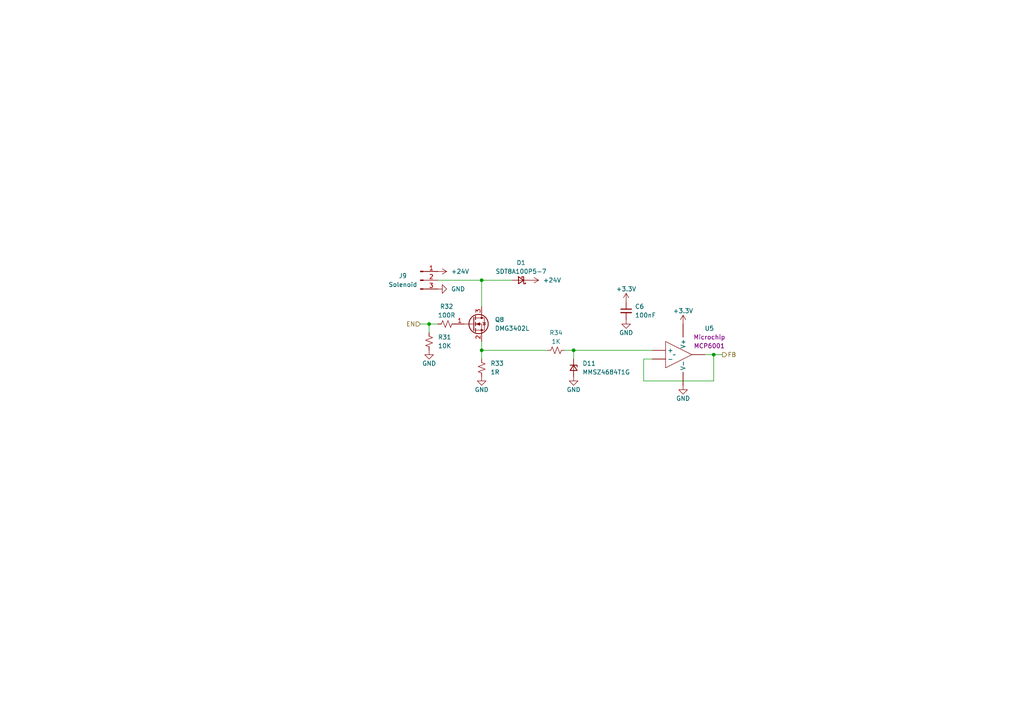
<source format=kicad_sch>
(kicad_sch (version 20230121) (generator eeschema)
  (paper "A4")
  (lib_symbols
    (symbol "Connector:Conn_01x03_Pin" (pin_names (offset 1.016) hide)
      (property "Reference" "J" (at 0 5.08 0))
      (property "Value" "Conn_01x03_Pin" (at 0 -5.08 0))
      (symbol "Conn_01x03_Pin_1_1"
        (polyline (pts (xy 1.27 -2.54) (xy 0.8636 -2.54)) (stroke (width 0.1524)))
        (polyline (pts (xy 1.27 0) (xy 0.8636 0)) (stroke (width 0.1524)))
        (polyline (pts (xy 1.27 2.54) (xy 0.8636 2.54)) (stroke (width 0.1524)))
        (rectangle (start 0.8636 -2.413) (end 0 -2.667) (stroke (width 0.1524)) (fill (type outline)))
        (rectangle (start 0.8636 0.127) (end 0 -0.127) (stroke (width 0.1524)) (fill (type outline)))
        (rectangle (start 0.8636 2.667) (end 0 2.413) (stroke (width 0.1524)) (fill (type outline)))
        (pin passive line (at 5.08 2.54 180) (length 3.81) (name "Pin_1") (number "1"))
        (pin passive line (at 5.08 0 180) (length 3.81) (name "Pin_2") (number "2"))
        (pin passive line (at 5.08 -2.54 180) (length 3.81) (name "Pin_3") (number "3"))
      )
    )
    (symbol "Device:C_Small" (pin_numbers hide) (pin_names (offset 0.254) hide)
      (property "Reference" "C" (at 0.254 1.778 0))
      (property "Value" "C_Small" (at 0.254 -2.032 0))
      (symbol "C_Small_0_1"
        (polyline (pts (xy -1.524 -0.508) (xy 1.524 -0.508)) (stroke (width 0.3302)))
        (polyline (pts (xy -1.524 0.508) (xy 1.524 0.508)) (stroke (width 0.3048)))
      )
      (symbol "C_Small_1_1"
        (pin passive line (at 0 2.54 270) (length 2.032) (name "~") (number "1"))
        (pin passive line (at 0 -2.54 90) (length 2.032) (name "~") (number "2"))
      )
    )
    (symbol "Device:D_Schottky_Small" (pin_numbers hide) (pin_names (offset 0.254) hide)
      (property "Reference" "D" (at -1.27 2.032 0))
      (property "Value" "D_Schottky_Small" (at -7.112 -2.032 0))
      (symbol "D_Schottky_Small_0_1"
        (polyline (pts (xy -0.762 0) (xy 0.762 0)))
        (polyline (pts (xy 0.762 -1.016) (xy -0.762 0) (xy 0.762 1.016) (xy 0.762 -1.016)) (stroke (width 0.254)))
        (polyline (pts (xy -1.27 0.762) (xy -1.27 1.016) (xy -0.762 1.016) (xy -0.762 -1.016) (xy -0.254 -1.016) (xy -0.254 -0.762)) (stroke (width 0.254)))
      )
      (symbol "D_Schottky_Small_1_1"
        (pin passive line (at -2.54 0 0) (length 1.778) (name "K") (number "1"))
        (pin passive line (at 2.54 0 180) (length 1.778) (name "A") (number "2"))
      )
    )
    (symbol "Device:D_Zener_Small" (pin_numbers hide) (pin_names (offset 0.254) hide)
      (property "Reference" "D" (at 0 2.286 0))
      (property "Value" "D_Zener_Small" (at 0 -2.286 0))
      (symbol "D_Zener_Small_0_1"
        (polyline (pts (xy 0.762 0) (xy -0.762 0)))
        (polyline (pts (xy -0.254 1.016) (xy -0.762 1.016) (xy -0.762 -1.016)) (stroke (width 0.254)))
        (polyline (pts (xy 0.762 1.016) (xy -0.762 0) (xy 0.762 -1.016) (xy 0.762 1.016)) (stroke (width 0.254)))
      )
      (symbol "D_Zener_Small_1_1"
        (pin passive line (at -2.54 0 0) (length 1.778) (name "K") (number "1"))
        (pin passive line (at 2.54 0 180) (length 1.778) (name "A") (number "2"))
      )
    )
    (symbol "Device:Q_NMOS_GSD" (pin_names (offset 0) hide)
      (property "Reference" "Q" (at 5.08 1.27 0))
      (property "Value" "Q_NMOS_GSD" (at 5.08 -1.27 0))
      (symbol "Q_NMOS_GSD_0_1"
        (polyline (pts (xy 0.254 0) (xy -2.54 0)))
        (polyline (pts (xy 0.254 1.905) (xy 0.254 -1.905)) (stroke (width 0.254)))
        (polyline (pts (xy 0.762 -1.27) (xy 0.762 -2.286)) (stroke (width 0.254)))
        (polyline (pts (xy 0.762 0.508) (xy 0.762 -0.508)) (stroke (width 0.254)))
        (polyline (pts (xy 0.762 2.286) (xy 0.762 1.27)) (stroke (width 0.254)))
        (polyline (pts (xy 2.54 2.54) (xy 2.54 1.778)))
        (polyline (pts (xy 2.54 -2.54) (xy 2.54 0) (xy 0.762 0)))
        (polyline (pts (xy 0.762 -1.778) (xy 3.302 -1.778) (xy 3.302 1.778) (xy 0.762 1.778)))
        (polyline (pts (xy 1.016 0) (xy 2.032 0.381) (xy 2.032 -0.381) (xy 1.016 0)) (fill (type outline)))
        (polyline (pts (xy 2.794 0.508) (xy 2.921 0.381) (xy 3.683 0.381) (xy 3.81 0.254)))
        (polyline (pts (xy 3.302 0.381) (xy 2.921 -0.254) (xy 3.683 -0.254) (xy 3.302 0.381)))
        (circle (center 1.651 0) (radius 2.794) (stroke (width 0.254)))
        (circle (center 2.54 -1.778) (radius 0.254) (fill (type outline)))
        (circle (center 2.54 1.778) (radius 0.254) (fill (type outline)))
      )
      (symbol "Q_NMOS_GSD_1_1"
        (pin input line (at -5.08 0 0) (length 2.54) (name "G") (number "1"))
        (pin passive line (at 2.54 -5.08 90) (length 2.54) (name "S") (number "2"))
        (pin passive line (at 2.54 5.08 270) (length 2.54) (name "D") (number "3"))
      )
    )
    (symbol "Device:R_Small_US" (pin_numbers hide) (pin_names (offset 0.254) hide)
      (property "Reference" "R" (at 0.762 0.508 0))
      (property "Value" "R_Small_US" (at 0.762 -1.016 0))
      (symbol "R_Small_US_1_1"
        (polyline (pts (xy 0 0) (xy 1.016 -0.381) (xy 0 -0.762) (xy -1.016 -1.143) (xy 0 -1.524)))
        (polyline (pts (xy 0 1.524) (xy 1.016 1.143) (xy 0 0.762) (xy -1.016 0.381) (xy 0 0)))
        (pin passive line (at 0 2.54 270) (length 1.016) (name "~") (number "1"))
        (pin passive line (at 0 -2.54 90) (length 1.016) (name "~") (number "2"))
      )
    )
    (symbol "UCIRP-KiCAD-Lib:MCP6001" (pin_numbers hide)
      (property "Reference" "U" (at 0 5.08 0))
      (property "Value" "~" (at 0 0 0))
      (property "Manufacturer" "Microchip" (at 0 0 0))
      (property "Part #" "MCP6001" (at 0 0 0))
      (symbol "MCP6001_0_1"
        (polyline (pts (xy -2.54 3.81) (xy -2.54 -3.81) (xy 5.08 0) (xy -2.54 3.81)) (stroke (width 0.1524)))
      )
      (symbol "MCP6001_1_1"
        (pin output line (at 8.89 0 180) (length 3.81) (name "") (number "1"))
        (pin power_in line (at 2.54 -8.89 90) (length 3.81) (name "V-") (number "2"))
        (pin input line (at -6.35 1.27 0) (length 3.81) (name "+") (number "3"))
        (pin input line (at -6.35 -1.27 0) (length 3.81) (name "-") (number "4"))
        (pin power_in line (at 2.54 8.89 270) (length 3.81) (name "V+") (number "5"))
      )
    )
    (symbol "power:+24V" (power) (pin_names (offset 0))
      (property "Value" "+24V" (at 0 3.556 0))
      (symbol "+24V_0_1"
        (polyline (pts (xy -0.762 1.27) (xy 0 2.54)))
        (polyline (pts (xy 0 0) (xy 0 2.54)))
        (polyline (pts (xy 0 2.54) (xy 0.762 1.27)))
      )
      (symbol "+24V_1_1"
        (pin power_in line (at 0 0 90) (length 0) hide (name "+24V") (number "1"))
      )
    )
    (symbol "power:+3.3V" (power) (pin_names (offset 0))
      (property "Value" "+3.3V" (at 0 3.556 0))
      (symbol "+3.3V_0_1"
        (polyline (pts (xy -0.762 1.27) (xy 0 2.54)))
        (polyline (pts (xy 0 0) (xy 0 2.54)))
        (polyline (pts (xy 0 2.54) (xy 0.762 1.27)))
      )
      (symbol "+3.3V_1_1"
        (pin power_in line (at 0 0 90) (length 0) hide (name "+3.3V") (number "1"))
      )
    )
    (symbol "power:GND" (power) (pin_names (offset 0))
      (property "Value" "GND" (at 0 -3.81 0))
      (symbol "GND_0_1"
        (polyline (pts (xy 0 0) (xy 0 -1.27) (xy 1.27 -1.27) (xy 0 -2.54) (xy -1.27 -1.27) (xy 0 -1.27)))
      )
      (symbol "GND_1_1"
        (pin power_in line (at 0 0 270) (length 0) hide (name "GND") (number "1"))
      )
    )
  )
  (junction (at 207.01 102.87))
  (junction (at 124.46 93.98))
  (junction (at 139.7 81.28))
  (junction (at 166.37 101.6))
  (junction (at 139.7 101.6))
  (wire (pts (xy 166.37 101.6) (xy 189.23 101.6)))
  (wire (pts (xy 139.7 81.28) (xy 139.7 88.9)))
  (wire (pts (xy 139.7 101.6) (xy 139.7 104.14)))
  (wire (pts (xy 163.83 101.6) (xy 166.37 101.6)))
  (wire (pts (xy 127 93.98) (xy 124.46 93.98)))
  (wire (pts (xy 121.92 93.98) (xy 124.46 93.98)))
  (wire (pts (xy 139.7 101.6) (xy 158.75 101.6)))
  (wire (pts (xy 207.01 102.87) (xy 209.55 102.87)))
  (wire (pts (xy 207.01 102.87) (xy 204.47 102.87)))
  (wire (pts (xy 124.46 93.98) (xy 124.46 96.52)))
  (wire (pts (xy 139.7 81.28) (xy 148.59 81.28)))
  (wire (pts (xy 189.23 104.14) (xy 186.69 104.14)))
  (wire (pts (xy 186.69 104.14) (xy 186.69 110.49)))
  (wire (pts (xy 186.69 110.49) (xy 207.01 110.49)))
  (wire (pts (xy 139.7 99.06) (xy 139.7 101.6)))
  (wire (pts (xy 207.01 110.49) (xy 207.01 102.87)))
  (wire (pts (xy 166.37 101.6) (xy 166.37 104.14)))
  (wire (pts (xy 127 81.28) (xy 139.7 81.28)))
  (hierarchical_label "FB" (shape output) (at 209.55 102.87 0))
  (hierarchical_label "EN" (shape input) (at 121.92 93.98 180))
  (symbol (lib_id "Device:R_Small_US") (at 139.7 106.68 180) (unit 1)
    (property "Reference" "R33" (at 142.24 105.41 0) (effects (justify right)))
    (property "Value" "1R" (at 142.24 107.95 0) (effects (justify right)))
    (property "Footprint" "Resistor_SMD:R_2512_6332Metric" (effects hide))
    (property "Manufacturer" "Generic" (effects hide))
    (property "Part #" "Generic 1R 2W 1% 2512 Resistor" (effects hide))
    (instances (project "rocket2-gse" (path "" (reference "R33") (unit 1)) (path "" (reference "R37") (unit 1)) (path "" (reference "R41") (unit 1)) (path "" (reference "R45") (unit 1)) (path "" (reference "R49") (unit 1)) (path "" (reference "R53") (unit 1)) (path "" (reference "R57") (unit 1)) (path "" (reference "R61") (unit 1)) (path "" (reference "R65") (unit 1))))
  )
  (symbol (lib_id "Device:Q_NMOS_GSD") (at 137.16 93.98 0) (unit 1)
    (property "Reference" "Q8" (at 143.51 92.71 0) (effects (justify left)))
    (property "Value" "DMG3402L" (at 143.51 95.25 0) (effects (justify left)))
    (property "Footprint" "Package_TO_SOT_SMD:SOT-23-3" (effects hide))
    (property "Datasheet" "https://www.diodes.com/assets/Datasheets/DMG3402L.pdf" (effects hide))
    (property "Manufacturer" "Diodes" (effects hide))
    (property "Part #" "DMG3402L" (effects hide))
    (instances (project "rocket2-gse" (path "" (reference "Q8") (unit 1)) (path "" (reference "Q9") (unit 1)) (path "" (reference "Q10") (unit 1)) (path "" (reference "Q11") (unit 1)) (path "" (reference "Q12") (unit 1)) (path "" (reference "Q13") (unit 1)) (path "" (reference "Q14") (unit 1)) (path "" (reference "Q15") (unit 1)) (path "" (reference "Q16") (unit 1))))
  )
  (symbol (lib_id "power:GND") (at 124.46 101.6 0) (unit 1)
    (property "Reference" "#PWR077" (effects hide))
    (property "Value" "GND" (at 124.46 105.41 0))
    (instances (project "rocket2-gse" (path "" (reference "#PWR077") (unit 1)) (path "" (reference "#PWR087") (unit 1)) (path "" (reference "#PWR097") (unit 1)) (path "" (reference "#PWR0107") (unit 1)) (path "" (reference "#PWR0117") (unit 1)) (path "" (reference "#PWR0127") (unit 1)) (path "" (reference "#PWR0137") (unit 1)) (path "" (reference "#PWR0147") (unit 1)) (path "" (reference "#PWR0157") (unit 1))))
  )
  (symbol (lib_id "power:+3.3V") (at 181.61 87.63 0) (unit 1)
    (property "Reference" "#PWR013" (effects hide))
    (property "Value" "+3.3V" (at 181.61 83.82 0))
    (instances (project "rocket2-gse" (path "" (reference "#PWR013") (unit 1)) (path "" (reference "#PWR085") (unit 1)) (path "" (reference "#PWR093") (unit 1)) (path "" (reference "#PWR0103") (unit 1)) (path "" (reference "#PWR0113") (unit 1)) (path "" (reference "#PWR0123") (unit 1)) (path "" (reference "#PWR0133") (unit 1)) (path "" (reference "#PWR0143") (unit 1)) (path "" (reference "#PWR0153") (unit 1)) (path "" (reference "#PWR0163") (unit 1))))
  )
  (symbol (lib_id "power:GND") (at 166.37 109.22 0) (unit 1)
    (property "Reference" "#PWR082" (effects hide))
    (property "Value" "GND" (at 166.37 113.03 0))
    (instances (project "rocket2-gse" (path "" (reference "#PWR082") (unit 1)) (path "" (reference "#PWR092") (unit 1)) (path "" (reference "#PWR0102") (unit 1)) (path "" (reference "#PWR0112") (unit 1)) (path "" (reference "#PWR0122") (unit 1)) (path "" (reference "#PWR0132") (unit 1)) (path "" (reference "#PWR0142") (unit 1)) (path "" (reference "#PWR0152") (unit 1)) (path "" (reference "#PWR0162") (unit 1))))
  )
  (symbol (lib_id "power:GND") (at 198.12 111.76 0) (unit 1)
    (property "Reference" "#PWR084" (effects hide))
    (property "Value" "GND" (at 198.12 115.57 0))
    (instances (project "rocket2-gse" (path "" (reference "#PWR084") (unit 1)) (path "" (reference "#PWR096") (unit 1)) (path "" (reference "#PWR0106") (unit 1)) (path "" (reference "#PWR0116") (unit 1)) (path "" (reference "#PWR0126") (unit 1)) (path "" (reference "#PWR0136") (unit 1)) (path "" (reference "#PWR0146") (unit 1)) (path "" (reference "#PWR0156") (unit 1)) (path "" (reference "#PWR0166") (unit 1))))
  )
  (symbol (lib_id "Device:D_Zener_Small") (at 166.37 106.68 270) (unit 1)
    (property "Reference" "D11" (at 168.91 105.41 90) (effects (justify left)))
    (property "Value" "MMSZ4684T1G" (at 168.91 107.95 90) (effects (justify left)))
    (property "Footprint" "Diode_SMD:D_SOD-123" (effects hide))
    (property "Manufacturer" "Onsemi" (effects hide))
    (property "Part #" "MMSZ4684T1G" (effects hide))
    (instances (project "rocket2-gse" (path "" (reference "D11") (unit 1)) (path "" (reference "D13") (unit 1)) (path "" (reference "D15") (unit 1)) (path "" (reference "D17") (unit 1)) (path "" (reference "D19") (unit 1)) (path "" (reference "D21") (unit 1)) (path "" (reference "D23") (unit 1)) (path "" (reference "D25") (unit 1)) (path "" (reference "D27") (unit 1))))
  )
  (symbol (lib_id "power:GND") (at 127 83.82 90) (unit 1)
    (property "Reference" "#PWR079" (effects hide))
    (property "Value" "GND" (at 130.81 83.82 90) (effects (justify right)))
    (instances (project "rocket2-gse" (path "" (reference "#PWR079") (unit 1)) (path "" (reference "#PWR089") (unit 1)) (path "" (reference "#PWR099") (unit 1)) (path "" (reference "#PWR0109") (unit 1)) (path "" (reference "#PWR0119") (unit 1)) (path "" (reference "#PWR0129") (unit 1)) (path "" (reference "#PWR0139") (unit 1)) (path "" (reference "#PWR0149") (unit 1)) (path "" (reference "#PWR0159") (unit 1))))
  )
  (symbol (lib_id "power:GND") (at 139.7 109.22 0) (unit 1)
    (property "Reference" "#PWR080" (effects hide))
    (property "Value" "GND" (at 139.7 113.03 0))
    (instances (project "rocket2-gse" (path "" (reference "#PWR080") (unit 1)) (path "" (reference "#PWR090") (unit 1)) (path "" (reference "#PWR0100") (unit 1)) (path "" (reference "#PWR0110") (unit 1)) (path "" (reference "#PWR0120") (unit 1)) (path "" (reference "#PWR0130") (unit 1)) (path "" (reference "#PWR0140") (unit 1)) (path "" (reference "#PWR0150") (unit 1)) (path "" (reference "#PWR0160") (unit 1))))
  )
  (symbol (lib_id "power:GND") (at 181.61 92.71 0) (unit 1)
    (property "Reference" "#PWR014" (effects hide))
    (property "Value" "GND" (at 181.61 96.52 0))
    (instances (project "rocket2-gse" (path "" (reference "#PWR014") (unit 1)) (path "" (reference "#PWR086") (unit 1)) (path "" (reference "#PWR094") (unit 1)) (path "" (reference "#PWR0104") (unit 1)) (path "" (reference "#PWR0114") (unit 1)) (path "" (reference "#PWR0124") (unit 1)) (path "" (reference "#PWR0134") (unit 1)) (path "" (reference "#PWR0144") (unit 1)) (path "" (reference "#PWR0154") (unit 1)) (path "" (reference "#PWR0164") (unit 1))))
  )
  (symbol (lib_id "Device:C_Small") (at 181.61 90.17 0) (unit 1)
    (property "Reference" "C6" (at 184.15 88.9 0) (effects (justify left)))
    (property "Value" "100nF" (at 184.15 91.44 0) (effects (justify left)))
    (property "Footprint" "Capacitor_SMD:C_0402_1005Metric" (effects hide))
    (property "Manufacturer" "Generic" (effects hide))
    (property "Part #" "Generic 100nF 6.3V X7R 0402 MLCC" (effects hide))
    (instances (project "rocket2-gse" (path "" (reference "C6") (unit 1)) (path "" (reference "C18") (unit 1)) (path "" (reference "C19") (unit 1)) (path "" (reference "C20") (unit 1)) (path "" (reference "C21") (unit 1)) (path "" (reference "C22") (unit 1)) (path "" (reference "C23") (unit 1)) (path "" (reference "C24") (unit 1)) (path "" (reference "C25") (unit 1)) (path "" (reference "C26") (unit 1))))
  )
  (symbol (lib_id "power:+24V") (at 127 78.74 270) (unit 1)
    (property "Reference" "#PWR078" (effects hide))
    (property "Value" "+24V" (at 130.81 78.74 90) (effects (justify left)))
    (instances (project "rocket2-gse" (path "" (reference "#PWR078") (unit 1)) (path "" (reference "#PWR088") (unit 1)) (path "" (reference "#PWR098") (unit 1)) (path "" (reference "#PWR0108") (unit 1)) (path "" (reference "#PWR0118") (unit 1)) (path "" (reference "#PWR0128") (unit 1)) (path "" (reference "#PWR0138") (unit 1)) (path "" (reference "#PWR0148") (unit 1)) (path "" (reference "#PWR0158") (unit 1))))
  )
  (symbol (lib_id "Connector:Conn_01x03_Pin") (at 121.92 81.28 0) (unit 1)
    (property "Reference" "J9" (at 116.84 80.01 0))
    (property "Value" "Solenoid" (at 116.84 82.55 0))
    (property "Footprint" "TerminalBlock:TerminalBlock_bornier-3_P5.08mm" (effects hide))
    (instances (project "rocket2-gse" (path "" (reference "J9") (unit 1)) (path "" (reference "J10") (unit 1)) (path "" (reference "J11") (unit 1)) (path "" (reference "J12") (unit 1)) (path "" (reference "J13") (unit 1)) (path "" (reference "J14") (unit 1)) (path "" (reference "J15") (unit 1)) (path "" (reference "J16") (unit 1)) (path "" (reference "J17") (unit 1))))
  )
  (symbol (lib_id "Device:R_Small_US") (at 124.46 99.06 180) (unit 1)
    (property "Reference" "R31" (at 127 97.79 0) (effects (justify right)))
    (property "Value" "10K" (at 127 100.33 0) (effects (justify right)))
    (property "Footprint" "Resistor_SMD:R_0402_1005Metric" (effects hide))
    (property "Manufacturer" "Generic" (effects hide))
    (property "Part #" "Generic 10K 1% 0402 Resistor" (effects hide))
    (instances (project "rocket2-gse" (path "" (reference "R31") (unit 1)) (path "" (reference "R35") (unit 1)) (path "" (reference "R39") (unit 1)) (path "" (reference "R43") (unit 1)) (path "" (reference "R47") (unit 1)) (path "" (reference "R51") (unit 1)) (path "" (reference "R55") (unit 1)) (path "" (reference "R59") (unit 1)) (path "" (reference "R63") (unit 1))))
  )
  (symbol (lib_id "power:+24V") (at 153.67 81.28 270) (unit 1)
    (property "Reference" "#PWR081" (effects hide))
    (property "Value" "+24V" (at 157.48 81.28 90) (effects (justify left)))
    (instances (project "rocket2-gse" (path "" (reference "#PWR081") (unit 1)) (path "" (reference "#PWR091") (unit 1)) (path "" (reference "#PWR0101") (unit 1)) (path "" (reference "#PWR0111") (unit 1)) (path "" (reference "#PWR0121") (unit 1)) (path "" (reference "#PWR0131") (unit 1)) (path "" (reference "#PWR0141") (unit 1)) (path "" (reference "#PWR0151") (unit 1)) (path "" (reference "#PWR0161") (unit 1))))
  )
  (symbol (lib_id "Device:D_Schottky_Small") (at 151.13 81.28 180) (unit 1)
    (property "Reference" "D1" (at 151.13 76.2 0))
    (property "Value" "SDT8A100P5-7" (at 151.13 78.74 0))
    (property "Footprint" "Diode_SMD:D_PowerDI-5" (effects hide))
    (property "Datasheet" "https://www.diodes.com/assets/Datasheets/SDT8A100P5.pdf" (effects hide))
    (property "Manufacturer" "Diodes" (effects hide))
    (property "Part #" "SDT8A100P5-7" (effects hide))
    (instances (project "rocket2-gse" (path "" (reference "D1") (unit 1)) (path "" (reference "D10") (unit 1)) (path "" (reference "D12") (unit 1)) (path "" (reference "D14") (unit 1)) (path "" (reference "D16") (unit 1)) (path "" (reference "D18") (unit 1)) (path "" (reference "D20") (unit 1)) (path "" (reference "D22") (unit 1)) (path "" (reference "D24") (unit 1)) (path "" (reference "D26") (unit 1))))
  )
  (symbol (lib_id "power:+3.3V") (at 198.12 93.98 0) (unit 1)
    (property "Reference" "#PWR083" (effects hide))
    (property "Value" "+3.3V" (at 198.12 90.17 0))
    (instances (project "rocket2-gse" (path "" (reference "#PWR083") (unit 1)) (path "" (reference "#PWR095") (unit 1)) (path "" (reference "#PWR0105") (unit 1)) (path "" (reference "#PWR0115") (unit 1)) (path "" (reference "#PWR0125") (unit 1)) (path "" (reference "#PWR0135") (unit 1)) (path "" (reference "#PWR0145") (unit 1)) (path "" (reference "#PWR0155") (unit 1)) (path "" (reference "#PWR0165") (unit 1))))
  )
  (symbol (lib_id "UCIRP-KiCAD-Lib:MCP6001") (at 195.58 102.87 0) (unit 1)
    (property "Reference" "U5" (at 205.74 95.25 0))
    (property "Value" "~" (at 195.58 102.87 0))
    (property "Footprint" "Package_TO_SOT_SMD:SOT-23-5" (effects hide))
    (property "Datasheet" "https://ww1.microchip.com/downloads/en/DeviceDoc/MCP6001-1R-1U-2-4-1-MHz-Low-Power-Op-Amp-DS20001733L.pdf" (effects hide))
    (property "Manufacturer" "Microchip" (at 205.74 97.79 0))
    (property "Part #" "MCP6001" (at 205.74 100.33 0))
    (instances (project "rocket2-gse" (path "" (reference "U5") (unit 1)) (path "" (reference "U6") (unit 1)) (path "" (reference "U7") (unit 1)) (path "" (reference "U8") (unit 1)) (path "" (reference "U9") (unit 1)) (path "" (reference "U10") (unit 1)) (path "" (reference "U11") (unit 1)) (path "" (reference "U12") (unit 1)) (path "" (reference "U13") (unit 1))))
  )
  (symbol (lib_id "Device:R_Small_US") (at 161.29 101.6 90) (unit 1)
    (property "Reference" "R34" (at 161.29 96.52 90))
    (property "Value" "1K" (at 161.29 99.06 90))
    (property "Footprint" "Resistor_SMD:R_0402_1005Metric" (effects hide))
    (property "Manufacturer" "Generic" (effects hide))
    (property "Part #" "Generic 1K 1% 0402 Resistor" (effects hide))
    (instances (project "rocket2-gse" (path "" (reference "R34") (unit 1)) (path "" (reference "R38") (unit 1)) (path "" (reference "R42") (unit 1)) (path "" (reference "R46") (unit 1)) (path "" (reference "R50") (unit 1)) (path "" (reference "R54") (unit 1)) (path "" (reference "R58") (unit 1)) (path "" (reference "R62") (unit 1)) (path "" (reference "R66") (unit 1))))
  )
  (symbol (lib_id "Device:R_Small_US") (at 129.54 93.98 90) (unit 1)
    (property "Reference" "R32" (at 129.54 88.9 90))
    (property "Value" "100R" (at 129.54 91.44 90))
    (property "Footprint" "Resistor_SMD:R_0402_1005Metric" (effects hide))
    (property "Manufacturer" "Generic" (effects hide))
    (property "Part #" "Generic 100R 1% 0402 Resistor" (effects hide))
    (instances (project "rocket2-gse" (path "" (reference "R32") (unit 1)) (path "" (reference "R36") (unit 1)) (path "" (reference "R40") (unit 1)) (path "" (reference "R44") (unit 1)) (path "" (reference "R48") (unit 1)) (path "" (reference "R52") (unit 1)) (path "" (reference "R56") (unit 1)) (path "" (reference "R60") (unit 1)) (path "" (reference "R64") (unit 1))))
  )
)
</source>
